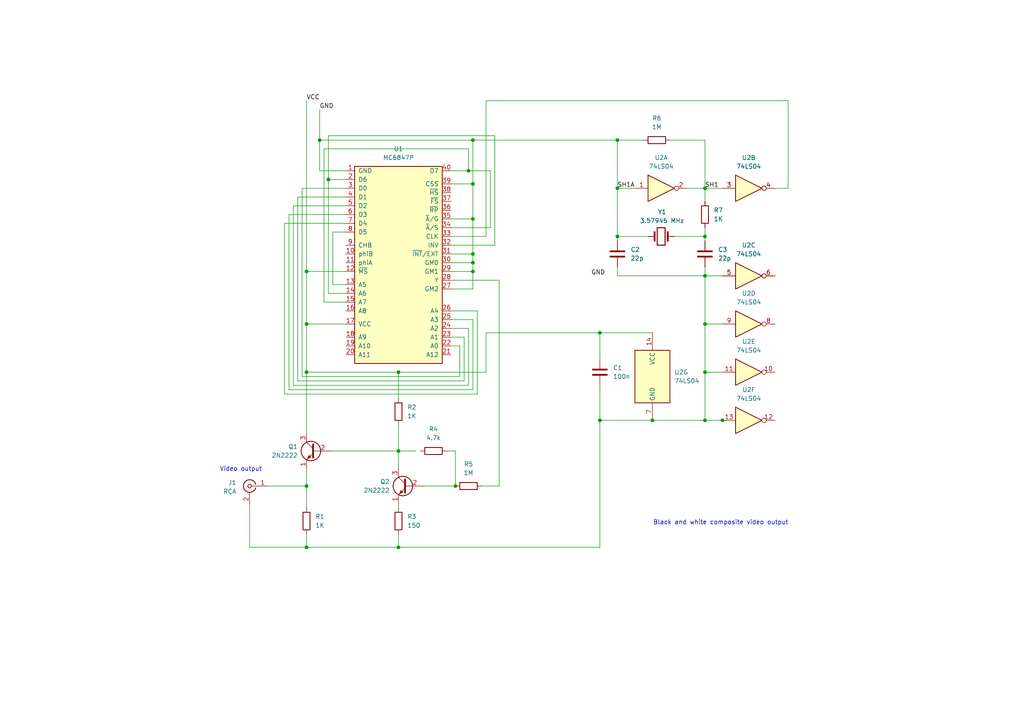
<source format=kicad_sch>
(kicad_sch (version 20231120) (generator "eeschema") (generator_version "8.0")
  (paper "A4")
  (lib_symbols
    (symbol "74xx:74LS04"
      (property "Reference" "U" (at 0 1.27 0))
      (property "Value" "74LS04" (at 0 -1.27 0))
      (symbol "74LS04_1_0"
        (polyline (pts (xy -3.81 3.81) (xy -3.81 -3.81) (xy 3.81 0) (xy -3.81 3.81)) (stroke (width 0.254)) (fill (type background)))
        (pin input line (at -7.62 0 0) (length 3.81) (name "~") (number "1"))
        (pin output inverted (at 7.62 0 180) (length 3.81) (name "~") (number "2"))
      )
      (symbol "74LS04_2_0"
        (polyline (pts (xy -3.81 3.81) (xy -3.81 -3.81) (xy 3.81 0) (xy -3.81 3.81)) (stroke (width 0.254)) (fill (type background)))
        (pin input line (at -7.62 0 0) (length 3.81) (name "~") (number "3"))
        (pin output inverted (at 7.62 0 180) (length 3.81) (name "~") (number "4"))
      )
      (symbol "74LS04_3_0"
        (polyline (pts (xy -3.81 3.81) (xy -3.81 -3.81) (xy 3.81 0) (xy -3.81 3.81)) (stroke (width 0.254)) (fill (type background)))
        (pin input line (at -7.62 0 0) (length 3.81) (name "~") (number "5"))
        (pin output inverted (at 7.62 0 180) (length 3.81) (name "~") (number "6"))
      )
      (symbol "74LS04_4_0"
        (polyline (pts (xy -3.81 3.81) (xy -3.81 -3.81) (xy 3.81 0) (xy -3.81 3.81)) (stroke (width 0.254)) (fill (type background)))
        (pin output inverted (at 7.62 0 180) (length 3.81) (name "~") (number "8"))
        (pin input line (at -7.62 0 0) (length 3.81) (name "~") (number "9"))
      )
      (symbol "74LS04_5_0"
        (polyline (pts (xy -3.81 3.81) (xy -3.81 -3.81) (xy 3.81 0) (xy -3.81 3.81)) (stroke (width 0.254)) (fill (type background)))
        (pin output inverted (at 7.62 0 180) (length 3.81) (name "~") (number "10"))
        (pin input line (at -7.62 0 0) (length 3.81) (name "~") (number "11"))
      )
      (symbol "74LS04_6_0"
        (polyline (pts (xy -3.81 3.81) (xy -3.81 -3.81) (xy 3.81 0) (xy -3.81 3.81)) (stroke (width 0.254)) (fill (type background)))
        (pin output inverted (at 7.62 0 180) (length 3.81) (name "~") (number "12"))
        (pin input line (at -7.62 0 0) (length 3.81) (name "~") (number "13"))
      )
      (symbol "74LS04_7_0"
        (pin power_in line (at 0 12.7 270) (length 5.08) (name "VCC") (number "14"))
        (pin power_in line (at 0 -12.7 90) (length 5.08) (name "GND") (number "7"))
      )
      (symbol "74LS04_7_1"
        (rectangle (start -5.08 7.62) (end 5.08 -7.62) (stroke (width 0.254)) (fill (type background)))
      )
    )
    (symbol "Connector:Conn_Coaxial" (pin_names (offset 1.016) hide)
      (property "Reference" "J" (at 0.254 3.048 0))
      (property "Value" "Conn_Coaxial" (at 2.921 0 90))
      (symbol "Conn_Coaxial_0_1"
        (arc (start -1.778 -0.508) (mid 0.2311 -1.8066) (end 1.778 0) (stroke (width 0.254)))
        (polyline (pts (xy -2.54 0) (xy -0.508 0)))
        (polyline (pts (xy 0 -2.54) (xy 0 -1.778)))
        (circle (center 0 0) (radius 0.508) (stroke (width 0.2032)))
        (arc (start 1.778 0) (mid 0.2099 1.8101) (end -1.778 0.508) (stroke (width 0.254)))
      )
      (symbol "Conn_Coaxial_1_1"
        (pin passive line (at -5.08 0 0) (length 2.54) (name "In") (number "1"))
        (pin passive line (at 0 -5.08 90) (length 2.54) (name "Ext") (number "2"))
      )
    )
    (symbol "Device:C" (pin_numbers hide) (pin_names (offset 0.254))
      (property "Reference" "C" (at 0.635 2.54 0))
      (property "Value" "C" (at 0.635 -2.54 0))
      (symbol "C_0_1"
        (polyline (pts (xy -2.032 -0.762) (xy 2.032 -0.762)) (stroke (width 0.508)))
        (polyline (pts (xy -2.032 0.762) (xy 2.032 0.762)) (stroke (width 0.508)))
      )
      (symbol "C_1_1"
        (pin passive line (at 0 3.81 270) (length 2.794) (name "~") (number "1"))
        (pin passive line (at 0 -3.81 90) (length 2.794) (name "~") (number "2"))
      )
    )
    (symbol "Device:Crystal" (pin_numbers hide) (pin_names (offset 1.016) hide)
      (property "Reference" "Y" (at 0 3.81 0))
      (property "Value" "Crystal" (at 0 -3.81 0))
      (symbol "Crystal_0_1"
        (rectangle (start -1.143 2.54) (end 1.143 -2.54) (stroke (width 0.3048)))
        (polyline (pts (xy -2.54 0) (xy -1.905 0)))
        (polyline (pts (xy -1.905 -1.27) (xy -1.905 1.27)) (stroke (width 0.508)))
        (polyline (pts (xy 1.905 -1.27) (xy 1.905 1.27)) (stroke (width 0.508)))
        (polyline (pts (xy 2.54 0) (xy 1.905 0)))
      )
      (symbol "Crystal_1_1"
        (pin passive line (at -3.81 0 0) (length 1.27) (name "1") (number "1"))
        (pin passive line (at 3.81 0 180) (length 1.27) (name "2") (number "2"))
      )
    )
    (symbol "Device:R" (pin_numbers hide) (pin_names (offset 0))
      (property "Reference" "R" (at 2.032 0 90))
      (property "Value" "R" (at 0 0 90))
      (symbol "R_0_1"
        (rectangle (start -1.016 -2.54) (end 1.016 2.54) (stroke (width 0.254)))
      )
      (symbol "R_1_1"
        (pin passive line (at 0 3.81 270) (length 1.27) (name "~") (number "1"))
        (pin passive line (at 0 -3.81 90) (length 1.27) (name "~") (number "2"))
      )
    )
    (symbol "Transistor_BJT:2N3904" (pin_names (offset 0) hide)
      (property "Reference" "Q" (at 5.08 1.905 0))
      (property "Value" "2N3904" (at 5.08 0 0))
      (symbol "2N3904_0_1"
        (polyline (pts (xy 0.635 0.635) (xy 2.54 2.54)))
        (polyline (pts (xy 0.635 -0.635) (xy 2.54 -2.54) (xy 2.54 -2.54)))
        (polyline (pts (xy 0.635 1.905) (xy 0.635 -1.905) (xy 0.635 -1.905)) (stroke (width 0.508)))
        (polyline (pts (xy 1.27 -1.778) (xy 1.778 -1.27) (xy 2.286 -2.286) (xy 1.27 -1.778) (xy 1.27 -1.778)) (fill (type outline)))
        (circle (center 1.27 0) (radius 2.8194) (stroke (width 0.254)))
      )
      (symbol "2N3904_1_1"
        (pin passive line (at 2.54 -5.08 90) (length 2.54) (name "E") (number "1"))
        (pin passive line (at -5.08 0 0) (length 5.715) (name "B") (number "2"))
        (pin passive line (at 2.54 5.08 270) (length 2.54) (name "C") (number "3"))
      )
    )
    (symbol "myGPU:MC6847P" (pin_names (offset 1.016))
      (property "Reference" "U" (at -10.16 34.29 0))
      (property "Value" "MC6847P" (at 12.7 34.29 0))
      (symbol "MC6847P_0_1"
        (rectangle (start -12.7 33.02) (end 12.7 -24.13) (stroke (width 0.254)) (fill (type background)))
      )
      (symbol "MC6847P_1_1"
        (pin power_in line (at -15.24 31.75 0) (length 2.54) (name "GND") (number "1"))
        (pin output line (at -15.24 7.62 0) (length 2.54) (name "phiB") (number "10"))
        (pin output line (at -15.24 5.08 0) (length 2.54) (name "phiA") (number "11"))
        (pin output line (at -15.24 2.54 0) (length 2.54) (name "~{MS}") (number "12"))
        (pin output line (at -15.24 -1.27 0) (length 2.54) (name "A5") (number "13"))
        (pin output line (at -15.24 -3.81 0) (length 2.54) (name "A6") (number "14"))
        (pin output line (at -15.24 -6.35 0) (length 2.54) (name "A7") (number "15"))
        (pin output line (at -15.24 -8.89 0) (length 2.54) (name "A8") (number "16"))
        (pin power_in line (at -15.24 -12.7 0) (length 2.54) (name "VCC") (number "17"))
        (pin output line (at -15.24 -16.51 0) (length 2.54) (name "A9") (number "18"))
        (pin output line (at -15.24 -19.05 0) (length 2.54) (name "A10") (number "19"))
        (pin input line (at -15.24 29.21 0) (length 2.54) (name "D6") (number "2"))
        (pin output line (at -15.24 -21.59 0) (length 2.54) (name "A11") (number "20"))
        (pin output line (at 15.24 -21.59 180) (length 2.54) (name "A12") (number "21"))
        (pin output line (at 15.24 -19.05 180) (length 2.54) (name "A0") (number "22"))
        (pin output line (at 15.24 -16.51 180) (length 2.54) (name "A1") (number "23"))
        (pin output line (at 15.24 -13.97 180) (length 2.54) (name "A2") (number "24"))
        (pin output line (at 15.24 -11.43 180) (length 2.54) (name "A3") (number "25"))
        (pin output line (at 15.24 -8.89 180) (length 2.54) (name "A4") (number "26"))
        (pin input line (at 15.24 -2.54 180) (length 2.54) (name "GM2") (number "27"))
        (pin input line (at 15.24 0 180) (length 2.54) (name "Y") (number "28"))
        (pin input line (at 15.24 2.54 180) (length 2.54) (name "GM1") (number "29"))
        (pin input line (at -15.24 26.67 0) (length 2.54) (name "D0") (number "3"))
        (pin input line (at 15.24 5.08 180) (length 2.54) (name "GM0") (number "30"))
        (pin input line (at 15.24 7.62 180) (length 2.54) (name "~{INT}/EXT") (number "31"))
        (pin input line (at 15.24 10.16 180) (length 2.54) (name "INV") (number "32"))
        (pin input line (at 15.24 12.7 180) (length 2.54) (name "CLK") (number "33"))
        (pin input line (at 15.24 15.24 180) (length 2.54) (name "~{A}/S") (number "34"))
        (pin input line (at 15.24 17.78 180) (length 2.54) (name "~{A}/G") (number "35"))
        (pin output line (at 15.24 20.32 180) (length 2.54) (name "~{RP}") (number "36"))
        (pin output line (at 15.24 22.86 180) (length 2.54) (name "~{FS}") (number "37"))
        (pin output line (at 15.24 25.4 180) (length 2.54) (name "~{HS}") (number "38"))
        (pin input line (at 15.24 27.94 180) (length 2.54) (name "CSS") (number "39"))
        (pin input line (at -15.24 24.13 0) (length 2.54) (name "D1") (number "4"))
        (pin input line (at 15.24 31.75 180) (length 2.54) (name "D7") (number "40"))
        (pin input line (at -15.24 21.59 0) (length 2.54) (name "D2") (number "5"))
        (pin input line (at -15.24 19.05 0) (length 2.54) (name "D3") (number "6"))
        (pin input line (at -15.24 16.51 0) (length 2.54) (name "D4") (number "7"))
        (pin input line (at -15.24 13.97 0) (length 2.54) (name "D5") (number "8"))
        (pin output line (at -15.24 10.16 0) (length 2.54) (name "CHB") (number "9"))
      )
    )
  )
  (junction (at 179.07 68.58))
  (junction (at 88.9 78.74))
  (junction (at 179.07 54.61))
  (junction (at 88.9 158.75))
  (junction (at 135.89 49.53))
  (junction (at 88.9 107.95))
  (junction (at 179.07 40.64))
  (junction (at 132.08 140.97))
  (junction (at 204.47 107.95))
  (junction (at 137.16 40.64))
  (junction (at 137.16 63.5))
  (junction (at 189.23 121.92))
  (junction (at 204.47 54.61))
  (junction (at 137.16 53.34))
  (junction (at 209.55 121.92))
  (junction (at 204.47 121.92))
  (junction (at 92.71 40.64))
  (junction (at 115.57 130.81))
  (junction (at 173.99 121.92))
  (junction (at 115.57 158.75))
  (junction (at 204.47 93.98))
  (junction (at 95.25 52.07))
  (junction (at 137.16 78.74))
  (junction (at 137.16 76.2))
  (junction (at 173.99 96.52))
  (junction (at 115.57 107.95))
  (junction (at 204.47 68.58))
  (junction (at 204.47 80.01))
  (junction (at 88.9 140.97))
  (junction (at 88.9 93.98))
  (junction (at 137.16 73.66))
  (wire (pts (xy 100.33 67.31) (xy 96.52 67.31)))
  (wire (pts (xy 95.25 52.07) (xy 95.25 39.37)))
  (wire (pts (xy 100.33 62.23) (xy 83.82 62.23)))
  (wire (pts (xy 138.43 114.3) (xy 138.43 90.17)))
  (wire (pts (xy 173.99 158.75) (xy 115.57 158.75)))
  (wire (pts (xy 115.57 107.95) (xy 140.97 107.95)))
  (wire (pts (xy 130.81 76.2) (xy 137.16 76.2)))
  (wire (pts (xy 135.89 111.76) (xy 135.89 95.25)))
  (wire (pts (xy 115.57 107.95) (xy 115.57 115.57)))
  (wire (pts (xy 137.16 53.34) (xy 137.16 40.64)))
  (wire (pts (xy 100.33 59.69) (xy 85.09 59.69)))
  (wire (pts (xy 194.31 40.64) (xy 204.47 40.64)))
  (wire (pts (xy 88.9 107.95) (xy 115.57 107.95)))
  (wire (pts (xy 210.82 121.92) (xy 209.55 121.92)))
  (wire (pts (xy 88.9 125.73) (xy 88.9 107.95)))
  (wire (pts (xy 130.81 68.58) (xy 140.97 68.58)))
  (wire (pts (xy 179.07 40.64) (xy 186.69 40.64)))
  (wire (pts (xy 95.25 39.37) (xy 143.51 39.37)))
  (wire (pts (xy 137.16 76.2) (xy 137.16 78.74)))
  (wire (pts (xy 87.63 54.61) (xy 87.63 109.22)))
  (wire (pts (xy 179.07 40.64) (xy 179.07 54.61)))
  (wire (pts (xy 86.36 57.15) (xy 86.36 110.49)))
  (wire (pts (xy 130.81 81.28) (xy 144.78 81.28)))
  (wire (pts (xy 130.81 95.25) (xy 135.89 95.25)))
  (wire (pts (xy 100.33 87.63) (xy 93.98 87.63)))
  (wire (pts (xy 204.47 66.04) (xy 204.47 68.58)))
  (wire (pts (xy 123.19 140.97) (xy 132.08 140.97)))
  (wire (pts (xy 204.47 107.95) (xy 204.47 93.98)))
  (wire (pts (xy 204.47 54.61) (xy 209.55 54.61)))
  (wire (pts (xy 179.07 54.61) (xy 179.07 68.58)))
  (wire (pts (xy 204.47 93.98) (xy 204.47 80.01)))
  (wire (pts (xy 143.51 71.12) (xy 130.81 71.12)))
  (wire (pts (xy 92.71 40.64) (xy 92.71 49.53)))
  (wire (pts (xy 144.78 81.28) (xy 144.78 140.97)))
  (wire (pts (xy 140.97 96.52) (xy 173.99 96.52)))
  (wire (pts (xy 130.81 90.17) (xy 138.43 90.17)))
  (wire (pts (xy 199.39 54.61) (xy 204.47 54.61)))
  (wire (pts (xy 189.23 121.92) (xy 204.47 121.92)))
  (wire (pts (xy 92.71 31.75) (xy 92.71 40.64)))
  (wire (pts (xy 96.52 130.81) (xy 115.57 130.81)))
  (wire (pts (xy 100.33 54.61) (xy 87.63 54.61)))
  (wire (pts (xy 144.78 140.97) (xy 139.7 140.97)))
  (wire (pts (xy 173.99 121.92) (xy 189.23 121.92)))
  (wire (pts (xy 228.6 29.21) (xy 228.6 54.61)))
  (wire (pts (xy 204.47 77.47) (xy 204.47 80.01)))
  (wire (pts (xy 115.57 158.75) (xy 88.9 158.75)))
  (wire (pts (xy 142.24 66.04) (xy 142.24 49.53)))
  (wire (pts (xy 88.9 93.98) (xy 88.9 78.74)))
  (wire (pts (xy 100.33 52.07) (xy 95.25 52.07)))
  (wire (pts (xy 179.07 69.85) (xy 179.07 68.58)))
  (wire (pts (xy 93.98 43.18) (xy 135.89 43.18)))
  (wire (pts (xy 204.47 68.58) (xy 204.47 69.85)))
  (wire (pts (xy 130.81 73.66) (xy 137.16 73.66)))
  (wire (pts (xy 82.55 64.77) (xy 82.55 114.3)))
  (wire (pts (xy 96.52 67.31) (xy 96.52 82.55)))
  (wire (pts (xy 130.81 53.34) (xy 137.16 53.34)))
  (wire (pts (xy 137.16 63.5) (xy 137.16 73.66)))
  (wire (pts (xy 179.07 68.58) (xy 187.96 68.58)))
  (wire (pts (xy 179.07 54.61) (xy 184.15 54.61)))
  (wire (pts (xy 140.97 68.58) (xy 140.97 29.21)))
  (wire (pts (xy 209.55 93.98) (xy 204.47 93.98)))
  (wire (pts (xy 134.62 110.49) (xy 134.62 97.79)))
  (wire (pts (xy 88.9 29.21) (xy 88.9 78.74)))
  (wire (pts (xy 204.47 40.64) (xy 204.47 54.61)))
  (wire (pts (xy 133.35 109.22) (xy 133.35 100.33)))
  (wire (pts (xy 224.79 54.61) (xy 228.6 54.61)))
  (wire (pts (xy 85.09 59.69) (xy 85.09 111.76)))
  (wire (pts (xy 142.24 49.53) (xy 135.89 49.53)))
  (wire (pts (xy 93.98 43.18) (xy 93.98 87.63)))
  (wire (pts (xy 95.25 85.09) (xy 100.33 85.09)))
  (wire (pts (xy 137.16 40.64) (xy 179.07 40.64)))
  (wire (pts (xy 140.97 107.95) (xy 140.97 96.52)))
  (wire (pts (xy 135.89 43.18) (xy 135.89 49.53)))
  (wire (pts (xy 92.71 49.53) (xy 100.33 49.53)))
  (wire (pts (xy 95.25 52.07) (xy 95.25 85.09)))
  (wire (pts (xy 140.97 29.21) (xy 228.6 29.21)))
  (wire (pts (xy 137.16 53.34) (xy 137.16 63.5)))
  (wire (pts (xy 72.39 158.75) (xy 88.9 158.75)))
  (wire (pts (xy 88.9 140.97) (xy 88.9 135.89)))
  (wire (pts (xy 88.9 78.74) (xy 100.33 78.74)))
  (wire (pts (xy 88.9 93.98) (xy 88.9 107.95)))
  (wire (pts (xy 72.39 146.05) (xy 72.39 158.75)))
  (wire (pts (xy 209.55 121.92) (xy 204.47 121.92)))
  (wire (pts (xy 204.47 80.01) (xy 209.55 80.01)))
  (wire (pts (xy 129.54 130.81) (xy 132.08 130.81)))
  (wire (pts (xy 115.57 130.81) (xy 115.57 135.89)))
  (wire (pts (xy 179.07 77.47) (xy 179.07 80.01)))
  (wire (pts (xy 173.99 104.14) (xy 173.99 96.52)))
  (wire (pts (xy 173.99 121.92) (xy 173.99 158.75)))
  (wire (pts (xy 143.51 39.37) (xy 143.51 71.12)))
  (wire (pts (xy 83.82 113.03) (xy 137.16 113.03)))
  (wire (pts (xy 88.9 140.97) (xy 88.9 147.32)))
  (wire (pts (xy 100.33 64.77) (xy 82.55 64.77)))
  (wire (pts (xy 137.16 83.82) (xy 137.16 78.74)))
  (wire (pts (xy 130.81 97.79) (xy 134.62 97.79)))
  (wire (pts (xy 173.99 111.76) (xy 173.99 121.92)))
  (wire (pts (xy 130.81 92.71) (xy 137.16 92.71)))
  (wire (pts (xy 130.81 83.82) (xy 137.16 83.82)))
  (wire (pts (xy 96.52 82.55) (xy 100.33 82.55)))
  (wire (pts (xy 82.55 114.3) (xy 138.43 114.3)))
  (wire (pts (xy 100.33 93.98) (xy 88.9 93.98)))
  (wire (pts (xy 115.57 146.05) (xy 115.57 147.32)))
  (wire (pts (xy 137.16 113.03) (xy 137.16 92.71)))
  (wire (pts (xy 179.07 80.01) (xy 204.47 80.01)))
  (wire (pts (xy 130.81 78.74) (xy 137.16 78.74)))
  (wire (pts (xy 115.57 154.94) (xy 115.57 158.75)))
  (wire (pts (xy 100.33 57.15) (xy 86.36 57.15)))
  (wire (pts (xy 173.99 96.52) (xy 189.23 96.52)))
  (wire (pts (xy 137.16 73.66) (xy 137.16 76.2)))
  (wire (pts (xy 130.81 66.04) (xy 142.24 66.04)))
  (wire (pts (xy 137.16 40.64) (xy 92.71 40.64)))
  (wire (pts (xy 88.9 158.75) (xy 88.9 154.94)))
  (wire (pts (xy 115.57 123.19) (xy 115.57 130.81)))
  (wire (pts (xy 209.55 107.95) (xy 204.47 107.95)))
  (wire (pts (xy 133.35 100.33) (xy 130.81 100.33)))
  (wire (pts (xy 115.57 130.81) (xy 120.65 130.81)))
  (wire (pts (xy 85.09 111.76) (xy 135.89 111.76)))
  (wire (pts (xy 86.36 110.49) (xy 134.62 110.49)))
  (wire (pts (xy 83.82 62.23) (xy 83.82 113.03)))
  (wire (pts (xy 130.81 63.5) (xy 137.16 63.5)))
  (wire (pts (xy 77.47 140.97) (xy 88.9 140.97)))
  (wire (pts (xy 204.47 121.92) (xy 204.47 107.95)))
  (wire (pts (xy 130.81 49.53) (xy 135.89 49.53)))
  (wire (pts (xy 87.63 109.22) (xy 133.35 109.22)))
  (wire (pts (xy 132.08 130.81) (xy 132.08 140.97)))
  (wire (pts (xy 195.58 68.58) (xy 204.47 68.58)))
  (wire (pts (xy 204.47 54.61) (xy 204.47 58.42)))
  (text "Video output" (at 69.85 136.144 0) (effects (font (size 1.27 1.27))))
  (text "Black and white composite video output\n" (at 209.042 151.638 0) (effects (font (size 1.27 1.27))))
  (label "SH1" (at 204.47 54.61 0))
  (label "SH1A" (at 179.07 54.61 0))
  (label "VCC" (at 88.9 29.21 0))
  (label "GND" (at 92.71 31.75 0))
  (label "GND" (at 171.45 80.01 0))
  (symbol (lib_id "Device:R") (at 190.5 40.64 270) (unit 1)
    (property "Reference" "R6" (at 190.5 34.29 90))
    (property "Value" "1M" (at 190.5 36.83 90))
    (property "Footprint" "Resistor_THT:R_Axial_DIN0207_L6.3mm_D2.5mm_P7.62mm_Horizontal" (effects (hide yes)))
    (property "Description" "Resistor" (effects (hide yes)))
  )
  (symbol (lib_id "Transistor_BJT:2N3904") (at 91.44 130.81 0) (mirror y) (unit 1)
    (property "Reference" "Q1" (at 86.36 129.5399 0) (effects (justify left)))
    (property "Value" "2N2222" (at 86.36 132.0799 0) (effects (justify left)))
    (property "Footprint" "Package_TO_SOT_THT:TO-92_Inline" (effects (hide yes)))
    (property "Datasheet" "https://www.onsemi.com/pub/Collateral/2N3903-D.PDF" (effects (hide yes)))
    (property "Description" "0.2A Ic, 40V Vce, Small Signal NPN Transistor, TO-92" (effects (hide yes)))
  )
  (symbol (lib_id "74xx:74LS04") (at 217.17 121.92 0) (unit 6)
    (property "Reference" "U2" (at 217.17 113.03 0))
    (property "Value" "74LS04" (at 217.17 115.57 0))
    (property "Datasheet" "http://www.ti.com/lit/gpn/sn74LS04" (effects (hide yes)))
    (property "Description" "Hex Inverter" (effects (hide yes)))
  )
  (symbol (lib_id "74xx:74LS04") (at 217.17 54.61 0) (unit 2)
    (property "Reference" "U2" (at 217.17 45.72 0))
    (property "Value" "74LS04" (at 217.17 48.26 0))
    (property "Datasheet" "http://www.ti.com/lit/gpn/sn74LS04" (effects (hide yes)))
    (property "Description" "Hex Inverter" (effects (hide yes)))
  )
  (symbol (lib_id "Device:R") (at 125.73 130.81 270) (unit 1)
    (property "Reference" "R4" (at 125.73 124.46 90))
    (property "Value" "4.7k" (at 125.73 127 90))
    (property "Footprint" "Resistor_THT:R_Axial_DIN0207_L6.3mm_D2.5mm_P7.62mm_Horizontal" (effects (hide yes)))
    (property "Description" "Resistor" (effects (hide yes)))
  )
  (symbol (lib_id "Device:C") (at 179.07 73.66 0) (unit 1)
    (property "Reference" "C2" (at 182.88 72.3899 0) (effects (justify left)))
    (property "Value" "22p" (at 182.88 74.9299 0) (effects (justify left)))
    (property "Footprint" "Capacitor_THT:C_Disc_D3.0mm_W1.6mm_P2.50mm" (effects (hide yes)))
    (property "Description" "Unpolarized capacitor" (effects (hide yes)))
  )
  (symbol (lib_id "Transistor_BJT:2N3904") (at 118.11 140.97 0) (mirror y) (unit 1)
    (property "Reference" "Q2" (at 113.03 139.6999 0) (effects (justify left)))
    (property "Value" "2N2222" (at 113.03 142.2399 0) (effects (justify left)))
    (property "Footprint" "Package_TO_SOT_THT:TO-92_Inline" (effects (hide yes)))
    (property "Datasheet" "https://www.onsemi.com/pub/Collateral/2N3903-D.PDF" (effects (hide yes)))
    (property "Description" "0.2A Ic, 40V Vce, Small Signal NPN Transistor, TO-92" (effects (hide yes)))
  )
  (symbol (lib_id "Device:R") (at 115.57 119.38 0) (unit 1)
    (property "Reference" "R2" (at 118.11 118.1099 0) (effects (justify left)))
    (property "Value" "1K" (at 118.11 120.6499 0) (effects (justify left)))
    (property "Footprint" "Resistor_THT:R_Axial_DIN0207_L6.3mm_D2.5mm_P7.62mm_Horizontal" (effects (hide yes)))
    (property "Description" "Resistor" (effects (hide yes)))
  )
  (symbol (lib_id "Connector:Conn_Coaxial") (at 72.39 140.97 0) (mirror y) (unit 1)
    (property "Reference" "J1" (at 68.58 139.9931 0) (effects (justify left)))
    (property "Value" "RCA" (at 68.58 142.5331 0) (effects (justify left)))
    (property "Description" "coaxial connector (BNC, SMA, SMB, SMC, Cinch/RCA, LEMO, ...)" (effects (hide yes)))
  )
  (symbol (lib_id "74xx:74LS04") (at 217.17 80.01 0) (unit 3)
    (property "Reference" "U2" (at 217.17 71.12 0))
    (property "Value" "74LS04" (at 217.17 73.66 0))
    (property "Datasheet" "http://www.ti.com/lit/gpn/sn74LS04" (effects (hide yes)))
    (property "Description" "Hex Inverter" (effects (hide yes)))
  )
  (symbol (lib_id "Device:R") (at 204.47 62.23 0) (unit 1)
    (property "Reference" "R7" (at 207.01 60.9599 0) (effects (justify left)))
    (property "Value" "1K" (at 207.01 63.4999 0) (effects (justify left)))
    (property "Footprint" "Resistor_THT:R_Axial_DIN0207_L6.3mm_D2.5mm_P7.62mm_Horizontal" (effects (hide yes)))
    (property "Description" "Resistor" (effects (hide yes)))
  )
  (symbol (lib_id "Device:R") (at 135.89 140.97 270) (unit 1)
    (property "Reference" "R5" (at 135.89 134.62 90))
    (property "Value" "1M" (at 135.89 137.16 90))
    (property "Footprint" "Resistor_THT:R_Axial_DIN0207_L6.3mm_D2.5mm_P7.62mm_Horizontal" (effects (hide yes)))
    (property "Description" "Resistor" (effects (hide yes)))
  )
  (symbol (lib_id "Device:Crystal") (at 191.77 68.58 0) (unit 1)
    (property "Reference" "Y1" (at 192.024 61.468 0))
    (property "Value" "3.57945 MHz" (at 192.024 64.008 0))
    (property "Footprint" "Crystal:Resonator-2Pin_W10.0mm_H5.0mm" (effects (hide yes)))
    (property "Description" "Two pin crystal" (effects (hide yes)))
  )
  (symbol (lib_id "myGPU:MC6847P") (at 115.57 81.28 0) (unit 1)
    (property "Reference" "U1" (at 115.57 43.18 0))
    (property "Value" "MC6847P" (at 115.57 45.72 0))
    (property "Footprint" "Package_DIP:DIP-40_W15.24mm" (effects (hide yes)))
    (property "Datasheet" "https://colorcomputerarchive.com/repo/Documents/Datasheets/MC6847%20MOS%20Video%20Display%20Generator%20(Motorola).pdf" (effects (hide yes)))
    (property "Description" "VDG, DIP-40" (effects (hide yes)))
  )
  (symbol (lib_id "74xx:74LS04") (at 217.17 107.95 0) (unit 5)
    (property "Reference" "U2" (at 217.17 99.06 0))
    (property "Value" "74LS04" (at 217.17 101.6 0))
    (property "Datasheet" "http://www.ti.com/lit/gpn/sn74LS04" (effects (hide yes)))
    (property "Description" "Hex Inverter" (effects (hide yes)))
  )
  (symbol (lib_id "Device:R") (at 88.9 151.13 0) (unit 1)
    (property "Reference" "R1" (at 91.44 149.8599 0) (effects (justify left)))
    (property "Value" "1K" (at 91.44 152.3999 0) (effects (justify left)))
    (property "Footprint" "Resistor_THT:R_Axial_DIN0207_L6.3mm_D2.5mm_P7.62mm_Horizontal" (effects (hide yes)))
    (property "Description" "Resistor" (effects (hide yes)))
  )
  (symbol (lib_id "74xx:74LS04") (at 189.23 109.22 0) (unit 7)
    (property "Reference" "U2" (at 195.58 107.9499 0) (effects (justify left)))
    (property "Value" "74LS04" (at 195.58 110.4899 0) (effects (justify left)))
    (property "Datasheet" "http://www.ti.com/lit/gpn/sn74LS04" (effects (hide yes)))
    (property "Description" "Hex Inverter" (effects (hide yes)))
  )
  (symbol (lib_id "Device:C") (at 204.47 73.66 0) (unit 1)
    (property "Reference" "C3" (at 208.28 72.3899 0) (effects (justify left)))
    (property "Value" "22p" (at 208.28 74.9299 0) (effects (justify left)))
    (property "Footprint" "Capacitor_THT:C_Disc_D3.0mm_W1.6mm_P2.50mm" (effects (hide yes)))
    (property "Description" "Unpolarized capacitor" (effects (hide yes)))
  )
  (symbol (lib_id "Device:C") (at 173.99 107.95 0) (unit 1)
    (property "Reference" "C1" (at 177.8 106.6799 0) (effects (justify left)))
    (property "Value" "100n" (at 177.8 109.2199 0) (effects (justify left)))
    (property "Footprint" "Capacitor_THT:C_Disc_D3.0mm_W1.6mm_P2.50mm" (effects (hide yes)))
    (property "Description" "Unpolarized capacitor" (effects (hide yes)))
  )
  (symbol (lib_id "74xx:74LS04") (at 217.17 93.98 0) (unit 4)
    (property "Reference" "U2" (at 217.17 85.09 0))
    (property "Value" "74LS04" (at 217.17 87.63 0))
    (property "Datasheet" "http://www.ti.com/lit/gpn/sn74LS04" (effects (hide yes)))
    (property "Description" "Hex Inverter" (effects (hide yes)))
  )
  (symbol (lib_id "74xx:74LS04") (at 191.77 54.61 0) (unit 1)
    (property "Reference" "U2" (at 191.77 45.72 0))
    (property "Value" "74LS04" (at 191.77 48.26 0))
    (property "Datasheet" "http://www.ti.com/lit/gpn/sn74LS04" (effects (hide yes)))
    (property "Description" "Hex Inverter" (effects (hide yes)))
  )
  (symbol (lib_id "Device:R") (at 115.57 151.13 0) (unit 1)
    (property "Reference" "R3" (at 118.11 149.8599 0) (effects (justify left)))
    (property "Value" "150" (at 118.11 152.3999 0) (effects (justify left)))
    (property "Footprint" "Resistor_THT:R_Axial_DIN0207_L6.3mm_D2.5mm_P7.62mm_Horizontal" (effects (hide yes)))
    (property "Description" "Resistor" (effects (hide yes)))
  )
)
</source>
